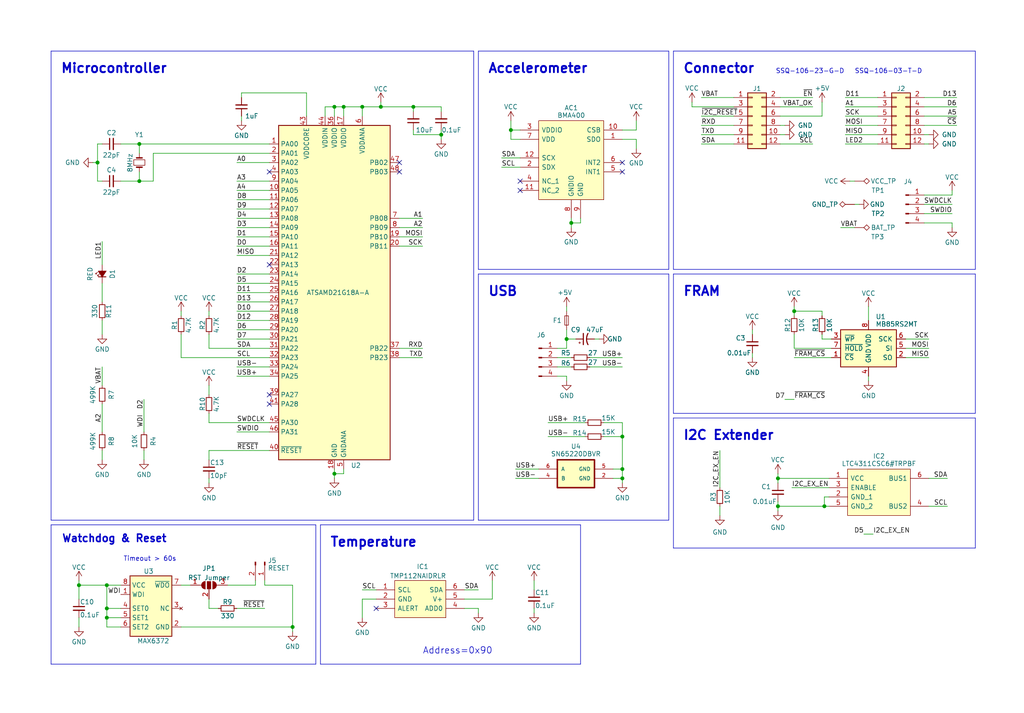
<source format=kicad_sch>
(kicad_sch (version 20230121) (generator eeschema)
  (paper "User" 280.01 194.996)
  (title_block (title "HexSense Svalbard - MCU module") (date "2023-05-25") (rev "V1") (company "MIT Media Lab") (comment 1 "Fangzheng Liu"))
  (lib_symbols
    (symbol "Connector:Conn_01x02_Pin" (pin_names (offset 1.016) hide)
      (property "Reference" "J" (at 0 2.54 0))
      (property "Value" "Conn_01x02_Pin" (at 0 -5.08 0))
      (symbol "Conn_01x02_Pin_1_1"
        (pin passive line (at 5.08 0 180) (length 3.81) (name "Pin_1") (number "1"))
        (pin passive line (at 5.08 -2.54 180) (length 3.81) (name "Pin_2") (number "2"))
      )
    )
    (symbol "Connector:Conn_01x04_Pin" (pin_names (offset 1.016) hide)
      (property "Reference" "J" (at 0 5.08 0))
      (property "Value" "Conn_01x04_Pin" (at 0 -7.62 0))
      (symbol "Conn_01x04_Pin_1_1"
        (pin passive line (at 5.08 2.54 180) (length 3.81) (name "Pin_1") (number "1"))
        (pin passive line (at 5.08 0 180) (length 3.81) (name "Pin_2") (number "2"))
        (pin passive line (at 5.08 -2.54 180) (length 3.81) (name "Pin_3") (number "3"))
        (pin passive line (at 5.08 -5.08 180) (length 3.81) (name "Pin_4") (number "4"))
      )
    )
    (symbol "Connector:TestPoint_Alt" (pin_numbers hide) (pin_names (offset 0.762) hide)
      (property "Reference" "TP" (at 0 6.858 0))
      (property "Value" "TestPoint_Alt" (at 0 5.08 0))
      (symbol "TestPoint_Alt_1_1"
        (pin passive line (at 0 0 90) (length 2.54) (name "1") (number "1"))
      )
    )
    (symbol "Connector_Generic:Conn_02x06_Odd_Even" (pin_names (offset 1.016) hide)
      (property "Reference" "J" (at 1.27 7.62 0))
      (property "Value" "Conn_02x06_Odd_Even" (at 1.27 -10.16 0))
      (symbol "Conn_02x06_Odd_Even_1_1"
        (pin passive line (at -5.08 5.08 0) (length 3.81) (name "Pin_1") (number "1"))
        (pin passive line (at 7.62 -5.08 180) (length 3.81) (name "Pin_10") (number "10"))
        (pin passive line (at -5.08 -7.62 0) (length 3.81) (name "Pin_11") (number "11"))
        (pin passive line (at 7.62 -7.62 180) (length 3.81) (name "Pin_12") (number "12"))
        (pin passive line (at 7.62 5.08 180) (length 3.81) (name "Pin_2") (number "2"))
        (pin passive line (at -5.08 2.54 0) (length 3.81) (name "Pin_3") (number "3"))
        (pin passive line (at 7.62 2.54 180) (length 3.81) (name "Pin_4") (number "4"))
        (pin passive line (at -5.08 0 0) (length 3.81) (name "Pin_5") (number "5"))
        (pin passive line (at 7.62 0 180) (length 3.81) (name "Pin_6") (number "6"))
        (pin passive line (at -5.08 -2.54 0) (length 3.81) (name "Pin_7") (number "7"))
        (pin passive line (at 7.62 -2.54 180) (length 3.81) (name "Pin_8") (number "8"))
        (pin passive line (at -5.08 -5.08 0) (length 3.81) (name "Pin_9") (number "9"))
      )
    )
    (symbol "Device:C_Polarized_Small_US" (pin_numbers hide) (pin_names (offset 0.254) hide)
      (property "Reference" "C" (at 0.254 1.778 0))
      (property "Value" "C_Polarized_Small_US" (at 0.254 -2.032 0))
      (symbol "C_Polarized_Small_US_1_1"
        (pin passive line (at 0 2.54 270) (length 2.032) (name "~") (number "1"))
        (pin passive line (at 0 -2.54 90) (length 2.032) (name "~") (number "2"))
      )
    )
    (symbol "Device:C_Small" (pin_numbers hide) (pin_names (offset 0.254) hide)
      (property "Reference" "C" (at 0.254 1.778 0))
      (property "Value" "C_Small" (at 0.254 -2.032 0))
      (symbol "C_Small_1_1"
        (pin passive line (at 0 2.54 270) (length 2.032) (name "~") (number "1"))
        (pin passive line (at 0 -2.54 90) (length 2.032) (name "~") (number "2"))
      )
    )
    (symbol "Device:Crystal_Small" (pin_numbers hide) (pin_names (offset 1.016) hide)
      (property "Reference" "Y" (at 0 2.54 0))
      (property "Value" "Crystal_Small" (at 0 -2.54 0))
      (symbol "Crystal_Small_1_1"
        (pin passive line (at -2.54 0 0) (length 1.27) (name "1") (number "1"))
        (pin passive line (at 2.54 0 180) (length 1.27) (name "2") (number "2"))
      )
    )
    (symbol "Device:Fuse_Small" (pin_numbers hide) (pin_names (offset 0.254) hide)
      (property "Reference" "F" (at 0 -1.524 0))
      (property "Value" "Fuse_Small" (at 0 1.524 0))
      (symbol "Fuse_Small_1_1"
        (pin passive line (at -2.54 0 0) (length 1.27) (name "~") (number "1"))
        (pin passive line (at 2.54 0 180) (length 1.27) (name "~") (number "2"))
      )
    )
    (symbol "Device:LED_Small_Filled" (pin_numbers hide) (pin_names (offset 0.254) hide)
      (property "Reference" "D" (at -1.27 3.175 0))
      (property "Value" "LED_Small_Filled" (at -4.445 -2.54 0))
      (symbol "LED_Small_Filled_1_1"
        (pin passive line (at -2.54 0 0) (length 1.778) (name "K") (number "1"))
        (pin passive line (at 2.54 0 180) (length 1.778) (name "A") (number "2"))
      )
    )
    (symbol "Device:R_Small" (pin_numbers hide) (pin_names (offset 0.254) hide)
      (property "Reference" "R" (at 0.762 0.508 0))
      (property "Value" "R_Small" (at 0.762 -1.016 0))
      (symbol "R_Small_1_1"
        (pin passive line (at 0 2.54 270) (length 0.762) (name "~") (number "1"))
        (pin passive line (at 0 -2.54 90) (length 0.762) (name "~") (number "2"))
      )
    )
    (symbol "Jumper:SolderJumper_3_Open" (pin_names (offset 0) hide)
      (property "Reference" "JP" (at -2.54 -2.54 0))
      (property "Value" "SolderJumper_3_Open" (at 0 2.794 0))
      (symbol "SolderJumper_3_Open_1_1"
        (pin passive line (at -5.08 0 0) (length 2.54) (name "A") (number "1"))
        (pin passive line (at 0 -3.81 90) (length 2.54) (name "C") (number "2"))
        (pin passive line (at 5.08 0 180) (length 2.54) (name "B") (number "3"))
      )
    )
    (symbol "MCU_Microchip_SAMD:ATSAMD21G18A-A"
      (property "Reference" "U" (at -13.97 46.99 0))
      (property "Value" "ATSAMD21G18A-A" (at 16.51 46.99 0))
      (symbol "ATSAMD21G18A-A_1_1"
        (pin bidirectional line (at -17.78 40.64 0) (length 2.54) (name "PA00") (number "1"))
        (pin bidirectional line (at -17.78 27.94 0) (length 2.54) (name "PA05") (number "10"))
        (pin bidirectional line (at -17.78 25.4 0) (length 2.54) (name "PA06") (number "11"))
        (pin bidirectional line (at -17.78 22.86 0) (length 2.54) (name "PA07") (number "12"))
        (pin bidirectional line (at -17.78 20.32 0) (length 2.54) (name "PA08") (number "13"))
        (pin bidirectional line (at -17.78 17.78 0) (length 2.54) (name "PA09") (number "14"))
        (pin bidirectional line (at -17.78 15.24 0) (length 2.54) (name "PA10") (number "15"))
        (pin bidirectional line (at -17.78 12.7 0) (length 2.54) (name "PA11") (number "16"))
        (pin power_in line (at 2.54 48.26 270) (length 2.54) (name "VDDIO") (number "17"))
        (pin power_in line (at 0 -48.26 90) (length 2.54) (name "GND") (number "18"))
        (pin bidirectional line (at 17.78 15.24 180) (length 2.54) (name "PB10") (number "19"))
        (pin bidirectional line (at -17.78 38.1 0) (length 2.54) (name "PA01") (number "2"))
        (pin bidirectional line (at 17.78 12.7 180) (length 2.54) (name "PB11") (number "20"))
        (pin bidirectional line (at -17.78 10.16 0) (length 2.54) (name "PA12") (number "21"))
        (pin bidirectional line (at -17.78 7.62 0) (length 2.54) (name "PA13") (number "22"))
        (pin bidirectional line (at -17.78 5.08 0) (length 2.54) (name "PA14") (number "23"))
        (pin bidirectional line (at -17.78 2.54 0) (length 2.54) (name "PA15") (number "24"))
        (pin bidirectional line (at -17.78 0 0) (length 2.54) (name "PA16") (number "25"))
        (pin bidirectional line (at -17.78 -2.54 0) (length 2.54) (name "PA17") (number "26"))
        (pin bidirectional line (at -17.78 -5.08 0) (length 2.54) (name "PA18") (number "27"))
        (pin bidirectional line (at -17.78 -7.62 0) (length 2.54) (name "PA19") (number "28"))
        (pin bidirectional line (at -17.78 -10.16 0) (length 2.54) (name "PA20") (number "29"))
        (pin bidirectional line (at -17.78 35.56 0) (length 2.54) (name "PA02") (number "3"))
        (pin bidirectional line (at -17.78 -12.7 0) (length 2.54) (name "PA21") (number "30"))
        (pin bidirectional line (at -17.78 -15.24 0) (length 2.54) (name "PA22") (number "31"))
        (pin bidirectional line (at -17.78 -17.78 0) (length 2.54) (name "PA23") (number "32"))
        (pin bidirectional line (at -17.78 -20.32 0) (length 2.54) (name "PA24") (number "33"))
        (pin bidirectional line (at -17.78 -22.86 0) (length 2.54) (name "PA25") (number "34"))
        (pin passive line (at 0 -48.26 90) (length 2.54) hide (name "GND") (number "35"))
        (pin power_in line (at 0 48.26 270) (length 2.54) (name "VDDIO") (number "36"))
        (pin bidirectional line (at 17.78 -15.24 180) (length 2.54) (name "PB22") (number "37"))
        (pin bidirectional line (at 17.78 -17.78 180) (length 2.54) (name "PB23") (number "38"))
        (pin bidirectional line (at -17.78 -27.94 0) (length 2.54) (name "PA27") (number "39"))
        (pin bidirectional line (at -17.78 33.02 0) (length 2.54) (name "PA03") (number "4"))
        (pin input line (at -17.78 -43.18 0) (length 2.54) (name "~{RESET}") (number "40"))
        (pin bidirectional line (at -17.78 -30.48 0) (length 2.54) (name "PA28") (number "41"))
        (pin passive line (at 0 -48.26 90) (length 2.54) hide (name "GND") (number "42"))
        (pin power_out line (at -7.62 48.26 270) (length 2.54) (name "VDDCORE") (number "43"))
        (pin power_in line (at -2.54 48.26 270) (length 2.54) (name "VDDIN") (number "44"))
        (pin bidirectional line (at -17.78 -35.56 0) (length 2.54) (name "PA30") (number "45"))
        (pin bidirectional line (at -17.78 -38.1 0) (length 2.54) (name "PA31") (number "46"))
        (pin bidirectional line (at 17.78 35.56 180) (length 2.54) (name "PB02") (number "47"))
        (pin bidirectional line (at 17.78 33.02 180) (length 2.54) (name "PB03") (number "48"))
        (pin power_in line (at 2.54 -48.26 90) (length 2.54) (name "GNDANA") (number "5"))
        (pin power_in line (at 7.62 48.26 270) (length 2.54) (name "VDDANA") (number "6"))
        (pin bidirectional line (at 17.78 20.32 180) (length 2.54) (name "PB08") (number "7"))
        (pin bidirectional line (at 17.78 17.78 180) (length 2.54) (name "PB09") (number "8"))
        (pin bidirectional line (at -17.78 30.48 0) (length 2.54) (name "PA04") (number "9"))
      )
    )
    (symbol "Memory_NVRAM:MB85RS2MT" (pin_names (offset 1.016))
      (property "Reference" "U" (at -7.62 6.35 0))
      (property "Value" "MB85RS2MT" (at 1.27 6.35 0))
      (symbol "MB85RS2MT_1_1"
        (pin input line (at -10.16 -2.54 0) (length 2.54) (name "~{CS}") (number "1"))
        (pin output line (at 10.16 -2.54 180) (length 2.54) (name "SO") (number "2"))
        (pin input line (at -10.16 2.54 0) (length 2.54) (name "~{WP}") (number "3"))
        (pin power_in line (at 0 -7.62 90) (length 2.54) (name "GND") (number "4"))
        (pin input line (at 10.16 0 180) (length 2.54) (name "SI") (number "5"))
        (pin input line (at 10.16 2.54 180) (length 2.54) (name "SCK") (number "6"))
        (pin input line (at -10.16 0 0) (length 2.54) (name "~{HOLD}") (number "7"))
        (pin power_in line (at 0 7.62 270) (length 2.54) (name "VDD") (number "8"))
      )
    )
    (symbol "Power_Supervisor:MAX6372"
      (property "Reference" "U?" (at -1.778 12.192 0))
      (property "Value" "MAX6372" (at -2.032 10.16 0))
      (symbol "MAX6372_1_1"
        (pin input line (at -10.16 3.81 0) (length 2.54) (name "WDI") (number "1"))
        (pin power_in line (at 6.35 -5.08 180) (length 2.54) (name "GND") (number "2"))
        (pin no_connect line (at 6.35 0 180) (length 2.54) (name "NC") (number "3"))
        (pin input line (at -10.16 0 0) (length 2.54) (name "SET0") (number "4"))
        (pin input line (at -10.16 -2.54 0) (length 2.54) (name "SET1") (number "5"))
        (pin input line (at -10.16 -5.08 0) (length 2.54) (name "SET2") (number "6"))
        (pin output line (at 6.35 6.35 180) (length 2.54) (name "~{WDO}") (number "7"))
        (pin power_in line (at -10.16 6.35 0) (length 2.54) (name "VCC") (number "8"))
      )
    )
    (symbol "SN65220DBVR:SN65220DBVR" (pin_names (offset 1.016))
      (property "Reference" "U4" (at 0 11.278 0))
      (property "Value" "SN65220DBVR" (at 0 9.23 0))
      (symbol "SN65220DBVR_0_0"
        (pin power_in line (at 10.16 2.54 180) (length 5.08) (name "GND") (number "2"))
        (pin bidirectional line (at -10.16 2.54 0) (length 5.08) (name "B") (number "4"))
        (pin power_in line (at 10.16 5.08 180) (length 5.08) (name "GND") (number "5"))
        (pin bidirectional line (at -10.16 5.08 0) (length 5.08) (name "A") (number "6"))
      )
    )
    (symbol "SamacSys_Parts:BMA400" (pin_names (offset 0.762))
      (property "Reference" "AC1" (at -1.27 14.9592 0))
      (property "Value" "BMA400" (at -1.27 12.9112 0))
      (symbol "BMA400_0_0"
        (pin passive line (at 12.7 6.35 180) (length 5.08) (name "SDO") (number "1"))
        (pin passive line (at 12.7 8.89 180) (length 5.08) (name "CSB") (number "10"))
        (pin passive line (at -15.24 -7.62 0) (length 5.08) (name "NC_2") (number "11"))
        (pin passive line (at -15.24 1.27 0) (length 5.08) (name "SCX") (number "12"))
        (pin passive line (at -15.24 -1.27 0) (length 5.08) (name "SDX") (number "2"))
        (pin passive line (at -15.24 8.89 0) (length 5.08) (name "VDDIO") (number "3"))
        (pin passive line (at -15.24 -5.08 0) (length 5.08) (name "NC_1") (number "4"))
        (pin passive line (at 12.7 -2.54 180) (length 5.08) (name "INT1") (number "5"))
        (pin passive line (at 12.7 0 180) (length 5.08) (name "INT2") (number "6"))
        (pin passive line (at -15.24 6.35 0) (length 5.08) (name "VDD") (number "7"))
        (pin passive line (at -1.27 -15.24 90) (length 5.08) (name "GNDIO") (number "8"))
        (pin passive line (at 1.27 -15.24 90) (length 5.08) (name "GND") (number "9"))
      )
    )
    (symbol "SamacSys_Parts:LTC4311CSC6#TRPBF" (pin_names (offset 0.762))
      (property "Reference" "IC2" (at 13.97 6.35 0))
      (property "Value" "LTC4311CSC6#TRPBF" (at 13.97 3.81 0))
      (symbol "LTC4311CSC6#TRPBF_0_0"
        (pin passive line (at 0 0 0) (length 5.08) (name "VCC") (number "1"))
        (pin passive line (at 0 -5.08 0) (length 5.08) (name "GND_1") (number "2"))
        (pin passive line (at 0 -2.54 0) (length 5.08) (name "ENABLE") (number "3"))
        (pin passive line (at 27.305 -7.62 180) (length 5.08) (name "BUS2") (number "4"))
        (pin passive line (at 0 -7.62 0) (length 5.08) (name "GND_2") (number "5"))
        (pin passive line (at 27.305 0 180) (length 5.08) (name "BUS1") (number "6"))
      )
    )
    (symbol "SamacSys_Parts:TMP112NAIDRLR" (pin_names (offset 0.762))
      (property "Reference" "IC?" (at 12.7 6.35 0))
      (property "Value" "TMP112NAIDRLR" (at 11.43 3.81 0))
      (symbol "TMP112NAIDRLR_0_0"
        (pin passive line (at 0 0 0) (length 5.08) (name "SCL") (number "1"))
        (pin passive line (at 0 -2.54 0) (length 5.08) (name "GND") (number "2"))
        (pin passive line (at 0 -5.08 0) (length 5.08) (name "ALERT") (number "3"))
        (pin passive line (at 24.13 -5.08 180) (length 5.08) (name "ADD0") (number "4"))
        (pin passive line (at 24.13 -2.54 180) (length 5.08) (name "V+") (number "5"))
        (pin passive line (at 24.13 0 180) (length 5.08) (name "SDA") (number "6"))
      )
    )
    (symbol "power:+5V" (power) (pin_names (offset 0))
      (property "Value" "+5V" (at 0 3.556 0))
      (symbol "+5V_1_1"
        (pin power_in line (at 0 0 90) (length 0) hide (name "+5V") (number "1"))
      )
    )
    (symbol "power:GND" (power) (pin_names (offset 0))
      (property "Value" "GND" (at 0 -3.81 0))
      (symbol "GND_1_1"
        (pin power_in line (at 0 0 270) (length 0) hide (name "GND") (number "1"))
      )
    )
    (symbol "power:VCC" (power) (pin_names (offset 0))
      (property "Value" "VCC" (at 0 3.81 0))
      (symbol "VCC_1_1"
        (pin power_in line (at 0 0 90) (length 0) hide (name "VCC") (number "1"))
      )
    )
  )
  (junction (at 170.18 128.27))
  (junction (at 29.21 160.02))
  (junction (at 29.21 168.91))
  (junction (at 21.59 160.02))
  (junction (at 170.18 130.81))
  (junction (at 91.44 129.54))
  (junction (at 217.17 85.09))
  (junction (at 170.18 119.38))
  (junction (at 154.94 92.71))
  (junction (at 29.21 166.37))
  (junction (at 38.1 39.37))
  (junction (at 80.01 171.45))
  (junction (at 225.425 138.43))
  (junction (at 212.725 138.43))
  (junction (at 139.7 35.56))
  (junction (at 93.98 29.21))
  (junction (at 99.06 29.21))
  (junction (at 156.21 60.96))
  (junction (at 26.67 44.45))
  (junction (at 113.03 29.21))
  (junction (at 38.1 49.53))
  (junction (at 91.44 29.21))
  (junction (at 212.725 130.81))
  (junction (at 104.14 29.21))
  (junction (at 120.65 36.83))
  (no_connect (at 73.66 110.49))
  (no_connect (at 142.24 52.07))
  (no_connect (at 170.18 46.99))
  (no_connect (at 102.87 166.37))
  (no_connect (at 142.24 49.53))
  (no_connect (at 109.22 46.99))
  (no_connect (at 73.66 46.99))
  (no_connect (at 170.18 44.45))
  (no_connect (at 73.66 72.39))
  (no_connect (at 73.66 107.95))
  (no_connect (at 109.22 44.45))
  (wire (pts (xy 33.02 166.37) (xy 29.21 166.37)))
  (wire (pts (xy 170.18 128.27) (xy 170.18 130.81)))
  (wire (pts (xy 49.53 171.45) (xy 80.01 171.45)))
  (wire (pts (xy 64.77 69.85) (xy 73.66 69.85)))
  (wire (pts (xy 170.18 119.38) (xy 170.18 128.27)))
  (wire (pts (xy 130.81 166.37) (xy 130.81 167.64)))
  (polyline (pts (xy 266.7 73.66) (xy 184.15 73.66)))
  (polyline (pts (xy 130.81 74.93) (xy 182.88 74.93)))
  (wire (pts (xy 57.15 95.25) (xy 73.66 95.25)))
  (wire (pts (xy 224.79 92.71) (xy 227.33 92.71)))
  (wire (pts (xy 64.77 87.63) (xy 73.66 87.63)))
  (wire (pts (xy 254 130.81) (xy 259.08 130.81)))
  (wire (pts (xy 167.64 130.81) (xy 170.18 130.81)))
  (wire (pts (xy 225.425 135.89) (xy 225.425 138.43)))
  (wire (pts (xy 231.14 36.83) (xy 240.03 36.83)))
  (wire (pts (xy 217.17 91.44) (xy 217.17 95.25)))
  (polyline (pts (xy 266.7 114.3) (xy 266.7 149.86)))
  (wire (pts (xy 99.06 161.29) (xy 102.87 161.29)))
  (wire (pts (xy 99.06 163.83) (xy 102.87 163.83)))
  (wire (pts (xy 170.18 130.81) (xy 170.18 132.08)))
  (wire (pts (xy 224.79 31.75) (xy 224.79 27.94)))
  (wire (pts (xy 64.77 82.55) (xy 73.66 82.55)))
  (wire (pts (xy 140.97 128.27) (xy 147.32 128.27)))
  (polyline (pts (xy 86.36 181.61) (xy 13.97 181.61)))
  (polyline (pts (xy 87.63 143.51) (xy 87.63 181.61)))
  (wire (pts (xy 109.22 64.77) (xy 115.57 64.77)))
  (wire (pts (xy 104.14 29.21) (xy 113.03 29.21)))
  (wire (pts (xy 127 166.37) (xy 130.81 166.37)))
  (wire (pts (xy 252.73 36.83) (xy 254 36.83)))
  (wire (pts (xy 72.39 160.02) (xy 80.01 160.02)))
  (wire (pts (xy 154.94 92.71) (xy 157.48 92.71)))
  (wire (pts (xy 226.695 135.89) (xy 225.425 135.89)))
  (wire (pts (xy 252.73 60.96) (xy 260.35 60.96)))
  (wire (pts (xy 109.22 95.25) (xy 115.57 95.25)))
  (wire (pts (xy 161.29 100.33) (xy 170.18 100.33)))
  (wire (pts (xy 213.36 36.83) (xy 214.63 36.83)))
  (wire (pts (xy 152.4 100.33) (xy 156.21 100.33)))
  (wire (pts (xy 26.67 49.53) (xy 27.94 49.53)))
  (wire (pts (xy 152.4 102.87) (xy 154.94 102.87)))
  (wire (pts (xy 139.7 33.02) (xy 139.7 35.56)))
  (wire (pts (xy 139.7 35.56) (xy 139.7 38.1)))
  (wire (pts (xy 247.65 95.25) (xy 254 95.25)))
  (wire (pts (xy 49.53 85.09) (xy 49.53 86.36)))
  (wire (pts (xy 229.87 62.23) (xy 233.68 62.23)))
  (wire (pts (xy 27.94 100.33) (xy 27.94 105.41)))
  (wire (pts (xy 57.15 115.57) (xy 73.66 115.57)))
  (wire (pts (xy 91.44 129.54) (xy 93.98 129.54)))
  (wire (pts (xy 91.44 129.54) (xy 91.44 130.81)))
  (wire (pts (xy 64.77 92.71) (xy 73.66 92.71)))
  (wire (pts (xy 161.29 97.79) (xy 170.18 97.79)))
  (wire (pts (xy 191.77 26.67) (xy 200.66 26.67)))
  (wire (pts (xy 156.21 60.96) (xy 156.21 62.23)))
  (wire (pts (xy 173.99 38.1) (xy 173.99 40.64)))
  (wire (pts (xy 120.65 29.21) (xy 120.65 30.48)))
  (polyline (pts (xy 129.54 142.24) (xy 129.54 13.97)))
  (polyline (pts (xy 184.15 114.3) (xy 266.7 114.3)))
  (wire (pts (xy 57.15 113.03) (xy 57.15 115.57)))
  (wire (pts (xy 260.35 53.34) (xy 260.35 52.07)))
  (wire (pts (xy 39.37 109.22) (xy 39.37 118.11)))
  (wire (pts (xy 167.64 128.27) (xy 170.18 128.27)))
  (wire (pts (xy 137.16 43.18) (xy 142.24 43.18)))
  (wire (pts (xy 113.03 29.21) (xy 120.65 29.21)))
  (wire (pts (xy 64.77 90.17) (xy 73.66 90.17)))
  (wire (pts (xy 21.59 160.02) (xy 29.21 160.02)))
  (wire (pts (xy 224.79 86.36) (xy 224.79 85.09)))
  (wire (pts (xy 154.94 102.87) (xy 154.94 104.14)))
  (wire (pts (xy 29.21 171.45) (xy 33.02 171.45)))
  (wire (pts (xy 205.74 97.79) (xy 205.74 96.52)))
  (wire (pts (xy 140.97 130.81) (xy 147.32 130.81)))
  (wire (pts (xy 232.41 49.53) (xy 233.68 49.53)))
  (wire (pts (xy 149.86 115.57) (xy 160.02 115.57)))
  (wire (pts (xy 252.73 58.42) (xy 260.35 58.42)))
  (wire (pts (xy 64.77 59.69) (xy 73.66 59.69)))
  (wire (pts (xy 29.21 160.02) (xy 29.21 166.37)))
  (polyline (pts (xy 184.15 74.93) (xy 266.7 74.93)))
  (wire (pts (xy 212.725 129.54) (xy 212.725 130.81)))
  (wire (pts (xy 109.22 59.69) (xy 115.57 59.69)))
  (wire (pts (xy 191.77 39.37) (xy 200.66 39.37)))
  (wire (pts (xy 64.77 85.09) (xy 73.66 85.09)))
  (wire (pts (xy 217.17 95.25) (xy 227.33 95.25)))
  (wire (pts (xy 29.21 166.37) (xy 29.21 168.91)))
  (wire (pts (xy 27.94 110.49) (xy 27.94 118.11)))
  (wire (pts (xy 64.77 74.93) (xy 73.66 74.93)))
  (wire (pts (xy 212.725 137.16) (xy 212.725 138.43)))
  (polyline (pts (xy 266.7 13.97) (xy 266.7 73.66)))
  (wire (pts (xy 120.65 36.83) (xy 113.03 36.83)))
  (wire (pts (xy 38.1 39.37) (xy 73.66 39.37)))
  (polyline (pts (xy 130.81 13.97) (xy 130.81 73.66)))
  (wire (pts (xy 38.1 46.99) (xy 38.1 49.53)))
  (wire (pts (xy 170.18 38.1) (xy 173.99 38.1)))
  (wire (pts (xy 21.59 168.91) (xy 21.59 171.45)))
  (wire (pts (xy 88.9 29.21) (xy 91.44 29.21)))
  (wire (pts (xy 33.02 49.53) (xy 38.1 49.53)))
  (wire (pts (xy 29.21 168.91) (xy 33.02 168.91)))
  (wire (pts (xy 236.22 146.05) (xy 238.76 146.05)))
  (wire (pts (xy 38.1 39.37) (xy 38.1 41.91)))
  (wire (pts (xy 252.73 34.29) (xy 261.62 34.29)))
  (wire (pts (xy 196.85 138.43) (xy 196.85 140.97)))
  (wire (pts (xy 29.21 168.91) (xy 29.21 171.45)))
  (polyline (pts (xy 266.7 113.03) (xy 184.15 113.03)))
  (polyline (pts (xy 87.63 143.51) (xy 158.75 143.51)))
  (wire (pts (xy 64.77 64.77) (xy 73.66 64.77)))
  (wire (pts (xy 29.21 160.02) (xy 33.02 160.02)))
  (wire (pts (xy 233.68 55.88) (xy 234.95 55.88)))
  (wire (pts (xy 146.05 166.37) (xy 146.05 167.64)))
  (wire (pts (xy 83.82 25.4) (xy 83.82 31.75)))
  (wire (pts (xy 80.01 171.45) (xy 80.01 172.72)))
  (wire (pts (xy 83.82 25.4) (xy 66.04 25.4)))
  (wire (pts (xy 109.22 67.31) (xy 115.57 67.31)))
  (wire (pts (xy 25.4 44.45) (xy 26.67 44.45)))
  (polyline (pts (xy 130.81 74.93) (xy 130.81 142.24)))
  (wire (pts (xy 134.62 163.83) (xy 134.62 158.75)))
  (wire (pts (xy 120.65 36.83) (xy 120.65 38.1)))
  (wire (pts (xy 72.39 158.75) (xy 72.39 160.02)))
  (polyline (pts (xy 158.75 143.51) (xy 158.75 181.61)))
  (wire (pts (xy 127 161.29) (xy 130.81 161.29)))
  (wire (pts (xy 91.44 29.21) (xy 93.98 29.21)))
  (polyline (pts (xy 184.15 74.93) (xy 184.15 113.03)))
  (wire (pts (xy 154.94 83.82) (xy 154.94 85.09)))
  (wire (pts (xy 69.85 158.75) (xy 69.85 160.02)))
  (wire (pts (xy 212.725 130.81) (xy 212.725 132.08)))
  (wire (pts (xy 27.94 123.19) (xy 27.94 125.73)))
  (wire (pts (xy 73.66 118.11) (xy 64.77 118.11)))
  (wire (pts (xy 152.4 97.79) (xy 156.21 97.79)))
  (wire (pts (xy 80.01 160.02) (xy 80.01 171.45)))
  (wire (pts (xy 156.21 60.96) (xy 158.75 60.96)))
  (wire (pts (xy 137.16 45.72) (xy 142.24 45.72)))
  (wire (pts (xy 27.94 39.37) (xy 26.67 39.37)))
  (polyline (pts (xy 130.81 13.97) (xy 182.88 13.97)))
  (wire (pts (xy 237.49 83.82) (xy 237.49 87.63)))
  (wire (pts (xy 252.73 26.67) (xy 261.62 26.67)))
  (wire (pts (xy 254 138.43) (xy 259.08 138.43)))
  (wire (pts (xy 212.725 138.43) (xy 225.425 138.43)))
  (wire (pts (xy 64.77 44.45) (xy 73.66 44.45)))
  (wire (pts (xy 165.1 119.38) (xy 170.18 119.38)))
  (wire (pts (xy 21.59 160.02) (xy 21.59 163.83)))
  (wire (pts (xy 214.63 109.22) (xy 217.17 109.22)))
  (wire (pts (xy 62.23 160.02) (xy 69.85 160.02)))
  (wire (pts (xy 139.7 38.1) (xy 142.24 38.1)))
  (wire (pts (xy 49.53 97.79) (xy 73.66 97.79)))
  (wire (pts (xy 260.35 60.96) (xy 260.35 62.23)))
  (wire (pts (xy 49.53 160.02) (xy 52.07 160.02)))
  (wire (pts (xy 191.77 34.29) (xy 200.66 34.29)))
  (wire (pts (xy 57.15 123.19) (xy 73.66 123.19)))
  (wire (pts (xy 237.49 102.87) (xy 237.49 104.14)))
  (wire (pts (xy 26.67 44.45) (xy 26.67 49.53)))
  (wire (pts (xy 113.03 29.21) (xy 113.03 30.48)))
  (polyline (pts (xy 184.15 13.97) (xy 266.7 13.97)))
  (wire (pts (xy 64.77 80.01) (xy 73.66 80.01)))
  (wire (pts (xy 64.77 67.31) (xy 73.66 67.31)))
  (wire (pts (xy 41.91 41.91) (xy 41.91 49.53)))
  (wire (pts (xy 109.22 62.23) (xy 115.57 62.23)))
  (polyline (pts (xy 158.75 181.61) (xy 87.63 181.61)))
  (wire (pts (xy 191.77 36.83) (xy 200.66 36.83)))
  (polyline (pts (xy 266.7 149.86) (xy 184.15 149.86)))
  (wire (pts (xy 99.06 168.91) (xy 99.06 163.83)))
  (wire (pts (xy 91.44 29.21) (xy 91.44 31.75)))
  (wire (pts (xy 252.73 55.88) (xy 260.35 55.88)))
  (wire (pts (xy 93.98 29.21) (xy 99.06 29.21)))
  (wire (pts (xy 64.77 52.07) (xy 73.66 52.07)))
  (polyline (pts (xy 86.36 143.51) (xy 86.36 181.61)))
  (wire (pts (xy 225.425 138.43) (xy 226.695 138.43)))
  (wire (pts (xy 57.15 123.19) (xy 57.15 125.73)))
  (wire (pts (xy 213.36 26.67) (xy 222.25 26.67)))
  (wire (pts (xy 170.18 35.56) (xy 173.99 35.56)))
  (polyline (pts (xy 182.88 74.93) (xy 182.88 142.24)))
  (wire (pts (xy 26.67 39.37) (xy 26.67 44.45)))
  (wire (pts (xy 139.7 35.56) (xy 142.24 35.56)))
  (wire (pts (xy 109.22 97.79) (xy 115.57 97.79)))
  (wire (pts (xy 66.04 25.4) (xy 66.04 26.67)))
  (polyline (pts (xy 184.15 114.3) (xy 184.15 149.86)))
  (wire (pts (xy 27.94 87.63) (xy 27.94 91.44)))
  (wire (pts (xy 252.73 31.75) (xy 261.62 31.75)))
  (wire (pts (xy 254 92.71) (xy 247.65 92.71)))
  (wire (pts (xy 104.14 27.94) (xy 104.14 29.21)))
  (wire (pts (xy 231.14 34.29) (xy 240.03 34.29)))
  (wire (pts (xy 217.17 83.82) (xy 217.17 85.09)))
  (wire (pts (xy 104.14 29.21) (xy 99.06 29.21)))
  (wire (pts (xy 21.59 158.75) (xy 21.59 160.02)))
  (wire (pts (xy 173.99 35.56) (xy 173.99 33.02)))
  (wire (pts (xy 224.79 85.09) (xy 217.17 85.09)))
  (wire (pts (xy 224.79 91.44) (xy 224.79 92.71)))
  (wire (pts (xy 88.9 29.21) (xy 88.9 31.75)))
  (wire (pts (xy 154.94 92.71) (xy 154.94 90.17)))
  (wire (pts (xy 38.1 39.37) (xy 33.02 39.37)))
  (wire (pts (xy 213.36 29.21) (xy 222.25 29.21)))
  (wire (pts (xy 93.98 129.54) (xy 93.98 128.27)))
  (wire (pts (xy 252.73 39.37) (xy 254 39.37)))
  (wire (pts (xy 154.94 95.25) (xy 154.94 92.71)))
  (wire (pts (xy 57.15 105.41) (xy 57.15 107.95)))
  (wire (pts (xy 213.36 39.37) (xy 222.25 39.37)))
  (wire (pts (xy 152.4 95.25) (xy 154.94 95.25)))
  (wire (pts (xy 64.77 77.47) (xy 73.66 77.47)))
  (wire (pts (xy 189.23 29.21) (xy 200.66 29.21)))
  (polyline (pts (xy 13.97 13.97) (xy 13.97 142.24)))
  (wire (pts (xy 189.23 27.94) (xy 189.23 29.21)))
  (wire (pts (xy 231.14 39.37) (xy 240.03 39.37)))
  (wire (pts (xy 64.77 166.37) (xy 72.39 166.37)))
  (wire (pts (xy 213.36 34.29) (xy 214.63 34.29)))
  (wire (pts (xy 91.44 128.27) (xy 91.44 129.54)))
  (wire (pts (xy 196.85 123.19) (xy 196.85 133.35)))
  (wire (pts (xy 158.75 60.96) (xy 158.75 59.69)))
  (wire (pts (xy 216.535 133.35) (xy 226.695 133.35)))
  (wire (pts (xy 57.15 91.44) (xy 57.15 95.25)))
  (wire (pts (xy 64.77 57.15) (xy 73.66 57.15)))
  (wire (pts (xy 252.73 53.34) (xy 260.35 53.34)))
  (wire (pts (xy 213.36 31.75) (xy 224.79 31.75)))
  (wire (pts (xy 146.05 158.75) (xy 146.05 161.29)))
  (wire (pts (xy 27.94 66.04) (xy 27.94 72.39)))
  (wire (pts (xy 252.73 29.21) (xy 261.62 29.21)))
  (wire (pts (xy 127 163.83) (xy 134.62 163.83)))
  (wire (pts (xy 73.66 102.87) (xy 64.77 102.87)))
  (wire (pts (xy 156.21 59.69) (xy 156.21 60.96)))
  (wire (pts (xy 113.03 35.56) (xy 113.03 36.83)))
  (polyline (pts (xy 13.97 143.51) (xy 13.97 181.61)))
  (wire (pts (xy 212.725 138.43) (xy 212.725 139.7)))
  (wire (pts (xy 57.15 166.37) (xy 59.69 166.37)))
  (wire (pts (xy 165.1 115.57) (xy 170.18 115.57)))
  (wire (pts (xy 247.65 97.79) (xy 254 97.79)))
  (polyline (pts (xy 13.97 143.51) (xy 86.36 143.51)))
  (wire (pts (xy 99.06 29.21) (xy 99.06 31.75)))
  (wire (pts (xy 162.56 92.71) (xy 163.83 92.71)))
  (wire (pts (xy 93.98 29.21) (xy 93.98 31.75)))
  (polyline (pts (xy 129.54 13.97) (xy 13.97 13.97)))
  (wire (pts (xy 64.77 62.23) (xy 73.66 62.23)))
  (wire (pts (xy 38.1 49.53) (xy 41.91 49.53)))
  (wire (pts (xy 57.15 85.09) (xy 57.15 86.36)))
  (polyline (pts (xy 182.88 142.24) (xy 130.81 142.24)))
  (wire (pts (xy 57.15 166.37) (xy 57.15 163.83)))
  (wire (pts (xy 39.37 123.19) (xy 39.37 125.73)))
  (wire (pts (xy 49.53 91.44) (xy 49.53 97.79)))
  (wire (pts (xy 217.17 97.79) (xy 227.33 97.79)))
  (wire (pts (xy 205.74 90.17) (xy 205.74 91.44)))
  (wire (pts (xy 149.86 119.38) (xy 160.02 119.38)))
  (wire (pts (xy 73.66 41.91) (xy 41.91 41.91)))
  (wire (pts (xy 64.77 49.53) (xy 73.66 49.53)))
  (wire (pts (xy 191.77 31.75) (xy 200.66 31.75)))
  (wire (pts (xy 170.18 115.57) (xy 170.18 119.38)))
  (polyline (pts (xy 266.7 74.93) (xy 266.7 113.03)))
  (polyline (pts (xy 182.88 13.97) (xy 182.88 73.66)))
  (wire (pts (xy 231.14 26.67) (xy 240.03 26.67)))
  (wire (pts (xy 231.14 29.21) (xy 240.03 29.21)))
  (wire (pts (xy 64.77 54.61) (xy 73.66 54.61)))
  (wire (pts (xy 120.65 36.83) (xy 120.65 35.56)))
  (wire (pts (xy 64.77 100.33) (xy 73.66 100.33)))
  (wire (pts (xy 27.94 77.47) (xy 27.94 82.55)))
  (wire (pts (xy 217.17 85.09) (xy 217.17 86.36)))
  (wire (pts (xy 231.14 31.75) (xy 240.03 31.75)))
  (polyline (pts (xy 13.97 142.24) (xy 129.54 142.24)))
  (wire (pts (xy 212.725 130.81) (xy 226.695 130.81)))
  (wire (pts (xy 66.04 33.02) (xy 66.04 31.75)))
  (wire (pts (xy 57.15 132.08) (xy 57.15 130.81)))
  (polyline (pts (xy 130.81 73.66) (xy 182.88 73.66)))
  (polyline (pts (xy 184.15 13.97) (xy 184.15 73.66)))
  (text "Accelerometer" (at 133.35 20.32 0) (effects (font (size 2.54 2.54) (thickness 0.508) bold) (justify left bottom)))
  (text "SSQ-106-03-T-D" (at 233.68 20.32 0) (effects (font (size 1.27 1.27)) (justify left bottom)))
  (text "Microcontroller" (at 16.51 20.32 0) (effects (font (size 2.54 2.54) (thickness 0.508) bold) (justify left bottom)))
  (text "FRAM" (at 186.69 81.28 0) (effects (font (size 2.54 2.54) (thickness 0.508) bold) (justify left bottom)))
  (text "Temperature" (at 90.17 149.86 0) (effects (font (size 2.54 2.54) (thickness 0.508) bold) (justify left bottom)))
  (text "Timeout > 60s" (at 48.26 153.67 0) (effects (font (size 1.27 1.27)) (justify right bottom)))
  (text "Watchdog & Reset" (at 45.72 148.59 0) (effects (font (size 2.032 2.032) (thickness 0.4) bold) (justify right bottom)))
  (text "USB" (at 133.35 81.28 0) (effects (font (size 2.54 2.54) (thickness 0.508) bold) (justify left bottom)))
  (text "Connector" (at 186.69 20.32 0) (effects (font (size 2.54 2.54) (thickness 0.508) bold) (justify left bottom)))
  (text "Address=0x90" (at 115.57 179.07 0) (effects (font (size 1.778 1.778)) (justify left bottom)))
  (text "SSQ-106-23-G-D" (at 212.09 20.32 0) (effects (font (size 1.27 1.27)) (justify left bottom)))
  (text "I2C Extender" (at 186.69 120.65 0) (effects (font (size 2.54 2.54) (thickness 0.508) bold) (justify left bottom)))
  (label "RXD" (at 191.77 34.29 0))
  (label "SDA" (at 64.77 95.25 0))
  (label "USB+" (at 149.86 115.57 0))
  (label "USB+" (at 64.77 102.87 0))
  (label "D4" (at 64.77 59.69 0))
  (label "A1" (at 115.57 59.69 180))
  (label "A3" (at 64.77 49.53 0))
  (label "~{RESET}" (at 72.39 166.37 180))
  (label "SDA" (at 130.81 161.29 180))
  (label "VBAT" (at 27.94 100.33 270))
  (label "SWDCLK" (at 64.77 115.57 0))
  (label "D0" (at 64.77 67.31 0))
  (label "LED1" (at 27.94 66.04 270))
  (label "~{FRAM_CS}" (at 217.17 97.79 0))
  (label "D1" (at 64.77 64.77 0))
  (label "MISO" (at 64.77 69.85 0))
  (label "USB+" (at 170.18 97.79 180))
  (label "MOSI" (at 115.57 64.77 180))
  (label "SDA" (at 137.16 43.18 0))
  (label "USB-" (at 170.18 100.33 180))
  (label "WDI" (at 39.37 116.84 90))
  (label "SCL" (at 64.77 97.79 0))
  (label "D11" (at 64.77 80.01 0))
  (label "D2" (at 64.77 74.93 0))
  (label "D6" (at 261.62 29.21 180))
  (label "MISO" (at 254 97.79 180))
  (label "TXD" (at 191.77 36.83 0))
  (label "TXD" (at 115.57 97.79 180))
  (label "~{EN}" (at 222.25 26.67 180))
  (label "D9" (at 64.77 57.15 0))
  (label "D13" (at 261.62 26.67 180))
  (label "~{CS}" (at 261.62 34.29 180))
  (label "D7" (at 64.77 92.71 0))
  (label "LED2" (at 231.14 39.37 0))
  (label "VBAT" (at 191.77 26.67 0))
  (label "~{FRAM_CS}" (at 217.17 109.22 0))
  (label "A2" (at 115.57 62.23 180))
  (label "SCL" (at 99.06 161.29 0))
  (label "VBAT" (at 229.87 62.23 0))
  (label "SWDCLK" (at 260.35 55.88 180))
  (label "SWDIO" (at 260.35 58.42 180))
  (label "D3" (at 64.77 62.23 0))
  (label "A1" (at 231.14 29.21 0))
  (label "VBAT_OK" (at 222.25 29.21 180))
  (label "USB-" (at 64.77 100.33 0))
  (label "D2" (at 39.37 109.22 270))
  (label "MOSI" (at 254 95.25 180))
  (label "~{I2C_RESET}" (at 191.77 31.75 0))
  (label "D11" (at 231.14 26.67 0))
  (label "SCK" (at 231.14 31.75 0))
  (label "D6" (at 64.77 90.17 0))
  (label "SCL" (at 259.08 138.43 180))
  (label "I2C_EX_EN" (at 196.85 123.19 270))
  (label "A5" (at 261.62 31.75 180))
  (label "USB+" (at 140.97 128.27 0))
  (label "SCL" (at 137.16 45.72 0))
  (label "WDI" (at 33.02 162.56 180))
  (label "SDA" (at 259.08 130.81 180))
  (label "SCK" (at 254 92.71 180))
  (label "A4" (at 64.77 52.07 0))
  (label "D10" (at 64.77 85.09 0))
  (label "D5" (at 64.77 77.47 0))
  (label "SDA" (at 191.77 39.37 0))
  (label "SCK" (at 115.57 67.31 180))
  (label "A0" (at 64.77 44.45 0))
  (label "D5" (at 236.22 146.05 180))
  (label "D8" (at 64.77 54.61 0))
  (label "MISO" (at 231.14 36.83 0))
  (label "A2" (at 27.94 113.03 270))
  (label "USB-" (at 140.97 130.81 0))
  (label "MOSI" (at 231.14 34.29 0))
  (label "RXD" (at 115.57 95.25 180))
  (label "D12" (at 64.77 87.63 0))
  (label "D7" (at 214.63 109.22 180))
  (label "~{RESET}" (at 64.77 123.19 0))
  (label "USB-" (at 149.86 119.38 0))
  (label "I2C_EX_EN" (at 238.76 146.05 0))
  (label "D13" (at 64.77 82.55 0))
  (label "SWDIO" (at 64.77 118.11 0))
  (label "SCL" (at 222.25 39.37 180))
  (label "I2C_EX_EN" (at 216.535 133.35 0))
  (symbol (lib_id "Device:LED_Small_Filled") (at 27.94 74.93 90) (unit 1)
    (property "Reference" "D1" (at 30.734 74.93 0))
    (property "Value" "RED" (at 24.638 74.93 0))
    (property "Footprint" "LED_SMD:LED_0603_1608Metric_Pad1.05x0.95mm_HandSolder" (effects hide))
  )
  (symbol (lib_id "Device:R_Small") (at 224.79 88.9 180) (unit 1)
    (property "Reference" "R13" (at 223.012 88.9 90))
    (property "Value" "10K" (at 226.822 88.9 90))
    (property "Footprint" "Resistor_SMD:R_0402_1005Metric_Pad0.72x0.64mm_HandSolder" (effects hide))
  )
  (symbol (lib_id "Device:R_Small") (at 158.75 97.79 270) (unit 1)
    (property "Reference" "R5" (at 154.686 96.52 90))
    (property "Value" "27" (at 162.052 96.52 90))
    (property "Footprint" "Resistor_SMD:R_0402_1005Metric_Pad0.72x0.64mm_HandSolder" (effects hide))
  )
  (symbol (lib_id "power:VCC") (at 237.49 83.82 0) (unit 1)
    (property "Reference" "#PWR017" (effects hide))
    (property "Value" "VCC" (at 237.49 80.2155 0))
  )
  (symbol (lib_id "power:+5V") (at 224.79 27.94 0) (unit 1)
    (property "Reference" "#PWR0123" (effects hide))
    (property "Value" "+5V" (at 222.758 24.13 0) (effects (justify left)))
  )
  (symbol (lib_id "power:GND") (at 154.94 104.14 0) (unit 1)
    (property "Reference" "#PWR0129" (effects hide))
    (property "Value" "GND" (at 152.908 108.204 0) (effects (justify left)))
  )
  (symbol (lib_id "Device:R_Small") (at 49.53 88.9 180) (unit 1)
    (property "Reference" "R1" (at 47.752 88.9 90))
    (property "Value" "4.7K" (at 51.562 88.9 90))
    (property "Footprint" "Resistor_SMD:R_0402_1005Metric_Pad0.72x0.64mm_HandSolder" (effects hide))
  )
  (symbol (lib_id "power:VCC") (at 260.35 52.07 0) (unit 1)
    (property "Reference" "#PWR05" (effects hide))
    (property "Value" "VCC" (at 260.35 48.4655 0))
  )
  (symbol (lib_id "Device:C_Small") (at 57.15 128.27 0) (unit 1)
    (property "Reference" "C13" (at 57.404 126.492 0) (effects (justify left)))
    (property "Value" "10pF" (at 57.404 130.048 0) (effects (justify left)))
    (property "Footprint" "Capacitor_SMD:C_0402_1005Metric" (effects hide))
  )
  (symbol (lib_id "power:VCC") (at 212.725 129.54 0) (unit 1)
    (property "Reference" "#PWR011" (effects hide))
    (property "Value" "VCC" (at 214.63 125.73 0) (effects (justify right)))
  )
  (symbol (lib_id "Connector:TestPoint_Alt") (at 233.68 62.23 270) (unit 1)
    (property "Reference" "TP3" (at 238.125 64.77 90) (effects (justify left)))
    (property "Value" "BAT_TP" (at 238.125 62.23 90) (effects (justify left)))
    (property "Footprint" "TestPoint:TestPoint_Pad_1.0x1.0mm" (effects hide))
  )
  (symbol (lib_id "power:VCC") (at 146.05 158.75 0) (unit 1)
    (property "Reference" "#PWR0135" (effects hide))
    (property "Value" "VCC" (at 146.05 155.1455 0))
  )
  (symbol (lib_id "Device:C_Small") (at 21.59 166.37 0) (unit 1)
    (property "Reference" "C10" (at 21.844 164.592 0) (effects (justify left)))
    (property "Value" "0.1uF" (at 21.844 168.148 0) (effects (justify left)))
    (property "Footprint" "Capacitor_SMD:C_0402_1005Metric" (effects hide))
  )
  (symbol (lib_id "power:GND") (at 39.37 125.73 0) (unit 1)
    (property "Reference" "#PWR0115" (effects hide))
    (property "Value" "GND" (at 37.338 129.794 0) (effects (justify left)))
  )
  (symbol (lib_id "power:VCC") (at 139.7 33.02 0) (unit 1)
    (property "Reference" "#PWR08" (effects hide))
    (property "Value" "VCC" (at 141.605 29.21 0) (effects (justify right)))
  )
  (symbol (lib_id "Device:C_Small") (at 66.04 29.21 180) (unit 1)
    (property "Reference" "C12" (effects hide))
    (property "Value" "1uF" (at 68.834 31.75 0))
    (property "Footprint" "Capacitor_SMD:C_0402_1005Metric_Pad0.74x0.62mm_HandSolder" (effects hide))
  )
  (symbol (lib_id "power:GND") (at 25.4 44.45 270) (unit 1)
    (property "Reference" "#PWR0105" (effects hide))
    (property "Value" "GND" (at 17.78 44.45 90) (effects (justify left)))
  )
  (symbol (lib_id "Device:R_Small") (at 196.85 135.89 180) (unit 1)
    (property "Reference" "R3" (at 195.072 135.89 90))
    (property "Value" "10K" (at 198.882 135.89 90))
    (property "Footprint" "Resistor_SMD:R_0402_1005Metric_Pad0.72x0.64mm_HandSolder" (effects hide))
  )
  (symbol (lib_id "Connector:Conn_01x02_Pin") (at 72.39 153.67 270) (unit 1)
    (property "Reference" "J5" (at 73.2282 153.281 90) (effects (justify left)))
    (property "Value" "RESET" (at 73.2282 155.329 90) (effects (justify left)))
  )
  (symbol (lib_id "SamacSys_Parts:LTC4311CSC6#TRPBF") (at 226.695 130.81 0) (unit 1)
    (property "Reference" "IC2" (at 240.3475 124.7408 0))
    (property "Value" "LTC4311CSC6#TRPBF" (at 240.3475 126.7888 0))
    (property "Footprint" "SamacSys_Parts:SOT65P210X100-6N" (effects hide))
    (property "Datasheet" "https://www.analog.com/media/en/technical-documentation/data-sheets/4311fa.pdf" (effects hide))
    (property "Description" "Interface - Specialized I2C/SMBus Rise Time Accelerator" (effects hide))
    (property "Height" "1" (effects hide))
    (property "Manufacturer_Name" "Analog Devices" (effects hide))
    (property "Manufacturer_Part_Number" "LTC4311CSC6#TRPBF" (effects hide))
    (property "Mouser Part Number" "584-LTC4311CSC6TRPBF" (effects hide))
    (property "Mouser Price/Stock" "https://www.mouser.co.uk/ProductDetail/Analog-Devices/LTC4311CSC6TRPBF?qs=hVkxg5c3xu8dDGkXCTUXoQ%3D%3D" (effects hide))
    (property "Arrow Part Number" "LTC4311CSC6#TRPBF" (effects hide))
    (property "Arrow Price/Stock" "https://www.arrow.com/en/products/ltc4311csc6trpbf/analog-devices?region=nac" (effects hide))
  )
  (symbol (lib_id "Device:R_Small") (at 57.15 110.49 180) (unit 1)
    (property "Reference" "R10" (at 55.372 110.49 90))
    (property "Value" "4.7K" (at 59.182 110.49 90))
    (property "Footprint" "Resistor_SMD:R_0402_1005Metric_Pad0.72x0.64mm_HandSolder" (effects hide))
  )
  (symbol (lib_id "power:GND") (at 212.725 139.7 0) (unit 1)
    (property "Reference" "#PWR012" (effects hide))
    (property "Value" "GND" (at 212.725 144.2625 0))
  )
  (symbol (lib_id "power:GND") (at 80.01 172.72 0) (mirror y) (unit 1)
    (property "Reference" "#PWR0107" (effects hide))
    (property "Value" "GND" (at 82.042 176.784 0) (effects (justify left)))
  )
  (symbol (lib_id "power:GND") (at 156.21 62.23 0) (unit 1)
    (property "Reference" "#PWR010" (effects hide))
    (property "Value" "GND" (at 156.21 66.175 0))
  )
  (symbol (lib_id "MCU_Microchip_SAMD:ATSAMD21G18A-A") (at 91.44 80.01 0) (unit 1)
    (property "Reference" "U2" (at 95.9359 127.262 0) (effects (justify left)))
    (property "Value" "ATSAMD21G18A-A" (at 83.82 80.01 0) (effects (justify left)))
    (property "Footprint" "Package_QFP:TQFP-48_7x7mm_P0.5mm" (effects hide))
    (property "Datasheet" "http://ww1.microchip.com/downloads/en/DeviceDoc/SAM_D21_DA1_Family_Data%20Sheet_DS40001882E.pdf" (effects hide))
  )
  (symbol (lib_id "Device:R_Small") (at 27.94 107.95 0) (unit 1)
    (property "Reference" "R7" (at 30.48 107.95 90))
    (property "Value" "499K" (at 25.4 107.95 90))
    (property "Footprint" "Resistor_SMD:R_0402_1005Metric_Pad0.72x0.64mm_HandSolder" (effects hide))
  )
  (symbol (lib_id "power:GND") (at 214.63 34.29 90) (unit 1)
    (property "Reference" "#PWR0131" (effects hide))
    (property "Value" "GND" (at 222.25 34.29 90) (effects (justify left)))
  )
  (symbol (lib_id "Device:R_Small") (at 162.56 115.57 270) (unit 1)
    (property "Reference" "R15" (at 158.496 114.554 90))
    (property "Value" "15K" (at 166.37 114.3 90))
    (property "Footprint" "Resistor_SMD:R_0402_1005Metric_Pad0.72x0.64mm_HandSolder" (effects hide))
  )
  (symbol (lib_id "power:GND") (at 57.15 132.08 0) (unit 1)
    (property "Reference" "#PWR06" (effects hide))
    (property "Value" "GND" (at 55.118 136.144 0) (effects (justify left)))
  )
  (symbol (lib_id "Connector:TestPoint_Alt") (at 233.68 49.53 270) (unit 1)
    (property "Reference" "TP1" (at 241.935 52.07 90) (effects (justify right)))
    (property "Value" "VCC_TP" (at 245.11 49.53 90) (effects (justify right)))
    (property "Footprint" "TestPoint:TestPoint_Pad_1.5x1.5mm" (effects hide))
  )
  (symbol (lib_id "power:GND") (at 173.99 40.64 0) (unit 1)
    (property "Reference" "#PWR09" (effects hide))
    (property "Value" "GND" (at 173.99 44.585 0))
  )
  (symbol (lib_id "power:GND") (at 120.65 38.1 0) (unit 1)
    (property "Reference" "#PWR0114" (effects hide))
    (property "Value" "GND" (at 118.618 42.164 0) (effects (justify left)))
  )
  (symbol (lib_id "Device:C_Small") (at 113.03 33.02 180) (unit 1)
    (property "Reference" "C5" (effects hide))
    (property "Value" "10uF" (at 116.078 35.56 0))
    (property "Footprint" "Capacitor_SMD:C_0402_1005Metric_Pad0.74x0.62mm_HandSolder" (effects hide))
  )
  (symbol (lib_id "power:VCC") (at 205.74 90.17 0) (unit 1)
    (property "Reference" "#PWR018" (effects hide))
    (property "Value" "VCC" (at 205.74 86.5655 0))
  )
  (symbol (lib_id "power:GND") (at 66.04 33.02 0) (unit 1)
    (property "Reference" "#PWR03" (effects hide))
    (property "Value" "GND" (at 64.008 37.084 0) (effects (justify left)))
  )
  (symbol (lib_id "SamacSys_Parts:BMA400") (at 157.48 44.45 0) (unit 1)
    (property "Reference" "AC1" (at 156.21 29.4908 0))
    (property "Value" "BMA400" (at 156.21 31.5388 0))
    (property "Footprint" "SamacSys_Parts:BOSCH_LGA-12" (effects hide))
    (property "Datasheet" "https://datasheet.datasheetarchive.com/originals/distributors/Datasheets_SAMA/fa80b3d87963a3ff599e323b9a26d827.pdf" (effects hide))
    (property "Description" "Ultra-low power triaxial accelerometer" (effects hide))
    (property "Manufacturer_Name" "BOSCH" (effects hide))
    (property "Manufacturer_Part_Number" "BMA400" (effects hide))
    (property "Mouser Part Number" "262-BMA400" (effects hide))
    (property "Mouser Price/Stock" "https://www.mouser.co.uk/ProductDetail/Bosch-Sensortec/BMA400?qs=f9yNj16SXrKBoguHUc32eQ%3D%3D" (effects hide))
    (property "Arrow Part Number" "BMA400" (effects hide))
    (property "Arrow Price/Stock" "https://www.arrow.com/en/products/bma400/bosch" (effects hide))
  )
  (symbol (lib_id "Device:R_Small") (at 62.23 166.37 90) (unit 1)
    (property "Reference" "R9" (at 62.23 164.592 90))
    (property "Value" "330" (at 62.23 168.402 90))
    (property "Footprint" "Resistor_SMD:R_0402_1005Metric_Pad0.72x0.64mm_HandSolder" (effects hide))
  )
  (symbol (lib_id "power:VCC") (at 49.53 85.09 0) (unit 1)
    (property "Reference" "#PWR0103" (effects hide))
    (property "Value" "VCC" (at 49.53 81.4855 0))
  )
  (symbol (lib_id "Memory_NVRAM:MB85RS2MT") (at 237.49 95.25 0) (unit 1)
    (property "Reference" "U1" (at 239.4459 86.59 0) (effects (justify left)))
    (property "Value" "MB85RS2MT" (at 239.4459 88.638 0) (effects (justify left)))
    (property "Datasheet" "http://www.fujitsu.com/downloads/MICRO/fsa/pdf/products/memory/fram/MB85RS16-DS501-00014-6v0-E.pdf" (effects hide))
  )
  (symbol (lib_id "Connector:Conn_01x04_Pin") (at 147.32 97.79 0) (unit 1)
    (property "Reference" "J6" (at 147.955 91.5938 0))
    (property "Value" "Conn_01x04_Pin" (effects hide))
  )
  (symbol (lib_id "power:GND") (at 196.85 140.97 0) (unit 1)
    (property "Reference" "#PWR013" (effects hide))
    (property "Value" "GND" (at 196.85 145.5325 0))
  )
  (symbol (lib_id "Device:R_Small") (at 57.15 88.9 180) (unit 1)
    (property "Reference" "R2" (at 55.372 88.9 90))
    (property "Value" "4.7K" (at 59.182 88.9 90))
    (property "Footprint" "Resistor_SMD:R_0402_1005Metric_Pad0.72x0.64mm_HandSolder" (effects hide))
  )
  (symbol (lib_id "Device:Fuse_Small") (at 154.94 87.63 90) (unit 1)
    (property "Reference" "F1" (at 151.13 87.63 90) (effects (justify right)))
    (property "Value" "Fuse_Small" (effects hide))
  )
  (symbol (lib_id "Device:C_Small") (at 205.74 93.98 0) (unit 1)
    (property "Reference" "C3" (at 201.168 92.456 0) (effects (justify left)))
    (property "Value" "0.01uF" (at 198.755 96.52 0) (effects (justify left)))
    (property "Footprint" "Capacitor_SMD:C_1206_3216Metric_Pad1.33x1.80mm_HandSolder" (effects hide))
  )
  (symbol (lib_id "Device:C_Small") (at 30.48 49.53 90) (unit 1)
    (property "Reference" "C4" (at 30.48 46.482 90))
    (property "Value" "22pF" (at 30.48 52.578 90))
    (property "Footprint" "Capacitor_SMD:C_0402_1005Metric_Pad0.74x0.62mm_HandSolder" (effects hide))
  )
  (symbol (lib_id "Device:C_Polarized_Small_US") (at 160.02 92.71 90) (unit 1)
    (property "Reference" "C9" (at 158.75 90.17 90) (effects (justify left)))
    (property "Value" "47uF" (at 165.1 90.17 90) (effects (justify left)))
    (property "Footprint" "Capacitor_SMD:C_0805_2012Metric_Pad1.18x1.45mm_HandSolder" (effects hide))
  )
  (symbol (lib_id "power:GND") (at 146.05 167.64 0) (unit 1)
    (property "Reference" "#PWR0112" (effects hide))
    (property "Value" "GND" (at 144.018 171.704 0) (effects (justify left)))
  )
  (symbol (lib_id "Device:R_Small") (at 39.37 120.65 0) (unit 1)
    (property "Reference" "R4" (at 41.91 120.65 90))
    (property "Value" "10K" (at 36.83 120.65 90))
    (property "Footprint" "Resistor_SMD:R_0402_1005Metric" (effects hide))
  )
  (symbol (lib_id "Device:R_Small") (at 27.94 120.65 0) (unit 1)
    (property "Reference" "R8" (at 30.48 120.65 90))
    (property "Value" "499K" (at 25.4 120.65 90))
    (property "Footprint" "Resistor_SMD:R_0402_1005Metric_Pad0.72x0.64mm_HandSolder" (effects hide))
  )
  (symbol (lib_id "power:GND") (at 170.18 132.08 0) (unit 1)
    (property "Reference" "#PWR015" (effects hide))
    (property "Value" "GND" (at 168.148 136.144 0) (effects (justify left)))
  )
  (symbol (lib_id "Device:Crystal_Small") (at 38.1 44.45 90) (unit 1)
    (property "Reference" "Y1" (at 36.83 36.83 90) (effects (justify right)))
    (property "Value" "8MHz" (at 35.56 41.91 0) (effects (justify right)))
    (property "Footprint" "Capacitor_SMD:C_0805_2012Metric_Pad1.18x1.45mm_HandSolder" (effects hide))
  )
  (symbol (lib_id "power:GND") (at 27.94 125.73 0) (unit 1)
    (property "Reference" "#PWR0102" (effects hide))
    (property "Value" "GND" (at 25.908 129.794 0) (effects (justify left)))
  )
  (symbol (lib_id "Jumper:SolderJumper_3_Open") (at 57.15 160.02 0) (unit 1)
    (property "Reference" "JP1" (at 57.15 155.4312 0))
    (property "Value" "RST Jumper" (at 57.15 157.9681 0))
    (property "Footprint" "Jumper:SolderJumper-3_P1.3mm_Open_RoundedPad1.0x1.5mm" (effects hide))
  )
  (symbol (lib_id "power:VCC") (at 232.41 49.53 90) (unit 1)
    (property "Reference" "#PWR0124" (effects hide))
    (property "Value" "VCC" (at 225.425 49.53 90) (effects (justify right)))
  )
  (symbol (lib_id "SamacSys_Parts:TMP112NAIDRLR") (at 102.87 161.29 0) (unit 1)
    (property "Reference" "IC1" (at 115.57 154.94 0))
    (property "Value" "TMP112NAIDRLR" (at 114.3 157.48 0))
    (property "Footprint" "Mylib:SOT50P160X60-6N" (effects hide))
    (property "Datasheet" "http://www.ti.com/lit/gpn/tmp112" (effects hide))
    (property "Description" "1.4V-Capable +/-0.5C Accuracy Digital Temperature Sensor in the Compact SOT-563 Package" (effects hide))
    (property "Height" "0.6" (effects hide))
    (property "Manufacturer_Name" "Texas Instruments" (effects hide))
    (property "Manufacturer_Part_Number" "TMP112NAIDRLR" (effects hide))
    (property "Mouser Part Number" "595-TMP112NAIDRLR" (effects hide))
    (property "Mouser Price/Stock" "https://www.mouser.co.uk/ProductDetail/Texas-Instruments/TMP112NAIDRLR?qs=fAHHVMwC%252BbiB0KQLtpvplA%3D%3D" (effects hide))
    (property "Arrow Part Number" "TMP112NAIDRLR" (effects hide))
    (property "Arrow Price/Stock" "https://www.arrow.com/en/products/tmp112naidrlr/texas-instruments?region=nac" (effects hide))
  )
  (symbol (lib_id "SN65220DBVR:SN65220DBVR") (at 157.48 133.35 0) (unit 1)
    (property "Reference" "U4" (at 157.48 122.072 0))
    (property "Value" "SN65220DBVR" (at 157.48 124.12 0))
    (property "Footprint" "SN65220DBVR:SOT95P280X145-6N" (effects hide))
    (property "MF" "Texas Instruments" (effects hide))
    (property "Description" "\nSingle universal serial bus port transient suppressor\n" (effects hide))
    (property "Package" "SOT-23-6 Texas Instruments" (effects hide))
    (property "Price" "None" (effects hide))
    (property "SnapEDA_Link" "https://www.snapeda.com/parts/SN65220DBVR/Texas+Instruments/view-part/?ref=snap" (effects hide))
    (property "MP" "SN65220DBVR" (effects hide))
    (property "Purchase-URL" "https://www.snapeda.com/api/url_track_click_mouser/?unipart_id=214591&manufacturer=Texas Instruments&part_name=SN65220DBVR&search_term=sn65220dbvr" (effects hide))
    (property "Availability" "In Stock" (effects hide))
    (property "Check_prices" "https://www.snapeda.com/parts/SN65220DBVR/Texas+Instruments/view-part/?ref=eda" (effects hide))
  )
  (symbol (lib_id "Connector:Conn_01x04_Pin") (at 247.65 55.88 0) (unit 1)
    (property "Reference" "J4" (at 248.285 49.6838 0))
    (property "Value" "Conn_01x04_Pin" (effects hide))
  )
  (symbol (lib_id "Device:C_Small") (at 120.65 33.02 180) (unit 1)
    (property "Reference" "C6" (effects hide))
    (property "Value" "0.1uF" (at 123.444 35.56 0))
    (property "Footprint" "Capacitor_SMD:C_0402_1005Metric_Pad0.74x0.62mm_HandSolder" (effects hide))
  )
  (symbol (lib_id "power:+5V") (at 154.94 83.82 0) (unit 1)
    (property "Reference" "#PWR0127" (effects hide))
    (property "Value" "+5V" (at 152.4 80.01 0) (effects (justify left)))
  )
  (symbol (lib_id "power:GND") (at 254 39.37 90) (unit 1)
    (property "Reference" "#PWR0125" (effects hide))
    (property "Value" "GND" (at 261.62 39.37 90) (effects (justify left)))
  )
  (symbol (lib_id "power:GND") (at 234.95 55.88 90) (unit 1)
    (property "Reference" "#PWR0121" (effects hide))
    (property "Value" "GND" (at 241.935 55.88 90) (effects (justify left)))
  )
  (symbol (lib_id "power:GND") (at 27.94 91.44 0) (unit 1)
    (property "Reference" "#PWR0111" (effects hide))
    (property "Value" "GND" (at 25.908 95.504 0) (effects (justify left)))
  )
  (symbol (lib_id "Connector:TestPoint_Alt") (at 233.68 55.88 90) (unit 1)
    (property "Reference" "TP2" (at 241.935 58.42 90) (effects (justify left)))
    (property "Value" "GND_TP" (at 229.235 55.88 90) (effects (justify left)))
    (property "Footprint" "TestPoint:TestPoint_Pad_1.5x1.5mm" (effects hide))
  )
  (symbol (lib_id "Power_Supervisor:MAX6372") (at 43.18 166.37 0) (unit 1)
    (property "Reference" "U3" (at 40.64 156.21 0))
    (property "Value" "MAX6372" (at 41.91 175.26 0))
    (property "Footprint" "Package_TO_SOT_SMD:SOT-23-8" (effects hide))
    (property "Datasheet" "https://datasheets.maximintegrated.com/en/ds/MAX6369-MAX6374.pdf" (effects hide))
  )
  (symbol (lib_id "Device:R_Small") (at 217.17 88.9 180) (unit 1)
    (property "Reference" "R12" (at 215.392 88.9 90))
    (property "Value" "10K" (at 219.202 88.9 90))
    (property "Footprint" "Resistor_SMD:R_0402_1005Metric_Pad0.72x0.64mm_HandSolder" (effects hide))
  )
  (symbol (lib_id "Device:R_Small") (at 158.75 100.33 270) (unit 1)
    (property "Reference" "R6" (at 154.686 99.314 90))
    (property "Value" "27" (at 162.052 99.06 90))
    (property "Footprint" "Resistor_SMD:R_0402_1005Metric_Pad0.72x0.64mm_HandSolder" (effects hide))
  )
  (symbol (lib_id "power:GND") (at 130.81 167.64 0) (unit 1)
    (property "Reference" "#PWR0133" (effects hide))
    (property "Value" "GND" (at 128.778 171.704 0) (effects (justify left)))
  )
  (symbol (lib_id "power:GND") (at 237.49 104.14 0) (unit 1)
    (property "Reference" "#PWR016" (effects hide))
    (property "Value" "GND" (at 235.458 108.204 0) (effects (justify left)))
  )
  (symbol (lib_id "Connector_Generic:Conn_02x06_Odd_Even") (at 205.74 31.75 0) (unit 1)
    (property "Reference" "J1" (at 207.01 24.2372 0))
    (property "Value" "Conn_02x06_Odd_Even" (effects hide))
    (property "Footprint" "Connector_PinHeader_2.54mm:PinHeader_2x06_P2.54mm_Vertical" (effects hide))
  )
  (symbol (lib_id "power:VCC") (at 57.15 85.09 0) (unit 1)
    (property "Reference" "#PWR0104" (effects hide))
    (property "Value" "VCC" (at 57.15 81.4855 0))
  )
  (symbol (lib_id "power:VCC") (at 173.99 33.02 0) (unit 1)
    (property "Reference" "#PWR07" (effects hide))
    (property "Value" "VCC" (at 175.895 29.21 0) (effects (justify right)))
  )
  (symbol (lib_id "power:GND") (at 205.74 97.79 0) (unit 1)
    (property "Reference" "#PWR019" (effects hide))
    (property "Value" "GND" (at 203.708 101.854 0) (effects (justify left)))
  )
  (symbol (lib_id "power:VCC") (at 217.17 83.82 0) (unit 1)
    (property "Reference" "#PWR020" (effects hide))
    (property "Value" "VCC" (at 217.17 80.2155 0))
  )
  (symbol (lib_id "power:GND") (at 260.35 62.23 0) (unit 1)
    (property "Reference" "#PWR04" (effects hide))
    (property "Value" "GND" (at 258.318 66.294 0) (effects (justify left)))
  )
  (symbol (lib_id "power:VCC") (at 57.15 105.41 0) (unit 1)
    (property "Reference" "#PWR014" (effects hide))
    (property "Value" "VCC" (at 57.15 101.8055 0))
  )
  (symbol (lib_id "Connector_Generic:Conn_02x06_Odd_Even") (at 245.11 31.75 0) (unit 1)
    (property "Reference" "J2" (at 246.38 24.2372 0))
    (property "Value" "Conn_02x06_Odd_Even" (effects hide))
    (property "Footprint" "Connector_PinHeader_2.54mm:PinHeader_2x06_P2.54mm_Vertical" (effects hide))
  )
  (symbol (lib_id "power:GND") (at 99.06 168.91 0) (unit 1)
    (property "Reference" "#PWR0136" (effects hide))
    (property "Value" "GND" (at 97.028 172.974 0) (effects (justify left)))
  )
  (symbol (lib_id "Device:C_Small") (at 146.05 163.83 0) (unit 1)
    (property "Reference" "C11" (at 146.304 162.052 0) (effects (justify left)))
    (property "Value" "0.1uF" (at 146.304 165.608 0) (effects (justify left)))
    (property "Footprint" "Capacitor_SMD:C_0402_1005Metric" (effects hide))
  )
  (symbol (lib_id "Device:R_Small") (at 162.56 119.38 270) (unit 1)
    (property "Reference" "R14" (at 158.496 118.364 90))
    (property "Value" "15K" (at 166.37 118.11 90))
    (property "Footprint" "Resistor_SMD:R_0402_1005Metric_Pad0.72x0.64mm_HandSolder" (effects hide))
  )
  (symbol (lib_id "power:VCC") (at 189.23 27.94 0) (unit 1)
    (property "Reference" "#PWR0122" (effects hide))
    (property "Value" "VCC" (at 191.135 24.13 0) (effects (justify right)))
  )
  (symbol (lib_id "Device:R_Small") (at 27.94 85.09 0) (unit 1)
    (property "Reference" "R11" (at 29.718 85.09 90))
    (property "Value" "330" (at 25.908 85.09 90))
    (property "Footprint" "Resistor_SMD:R_0402_1005Metric_Pad0.72x0.64mm_HandSolder" (effects hide))
  )
  (symbol (lib_id "power:VCC") (at 21.59 158.75 0) (unit 1)
    (property "Reference" "#PWR0108" (effects hide))
    (property "Value" "VCC" (at 21.59 155.1455 0))
  )
  (symbol (lib_id "power:GND") (at 163.83 92.71 90) (unit 1)
    (property "Reference" "#PWR0128" (effects hide))
    (property "Value" "GND" (at 170.18 92.71 90) (effects (justify left)))
  )
  (symbol (lib_id "power:GND") (at 21.59 171.45 0) (unit 1)
    (property "Reference" "#PWR0110" (effects hide))
    (property "Value" "GND" (at 19.558 175.514 0) (effects (justify left)))
  )
  (symbol (lib_id "Device:C_Small") (at 30.48 39.37 90) (unit 1)
    (property "Reference" "C2" (at 30.48 36.322 90))
    (property "Value" "22pF" (at 30.48 42.418 90))
    (property "Footprint" "Capacitor_SMD:C_0402_1005Metric_Pad0.74x0.62mm_HandSolder" (effects hide))
  )
  (symbol (lib_id "power:GND") (at 254 36.83 90) (unit 1)
    (property "Reference" "#PWR0132" (effects hide))
    (property "Value" "GND" (at 261.62 36.83 90) (effects (justify left)))
  )
  (symbol (lib_id "power:GND") (at 214.63 36.83 90) (unit 1)
    (property "Reference" "#PWR0130" (effects hide))
    (property "Value" "GND" (at 222.25 36.83 90) (effects (justify left)))
  )
  (symbol (lib_id "power:VCC") (at 104.14 27.94 0) (unit 1)
    (property "Reference" "#PWR02" (effects hide))
    (property "Value" "VCC" (at 104.14 24.3355 0))
  )
  (symbol (lib_id "power:GND") (at 91.44 130.81 0) (unit 1)
    (property "Reference" "#PWR01" (effects hide))
    (property "Value" "GND" (at 89.408 134.874 0) (effects (justify left)))
  )
  (symbol (lib_id "Device:C_Small") (at 212.725 134.62 0) (unit 1)
    (property "Reference" "C1" (at 208.153 133.096 0) (effects (justify left)))
    (property "Value" "0.01uF" (at 205.74 137.16 0) (effects (justify left)))
    (property "Footprint" "Capacitor_SMD:C_1206_3216Metric_Pad1.33x1.80mm_HandSolder" (effects hide))
  )
  (symbol (lib_id "power:VCC") (at 134.62 158.75 0) (unit 1)
    (property "Reference" "#PWR0134" (effects hide))
    (property "Value" "VCC" (at 134.62 155.1455 0))
  )
)
</source>
